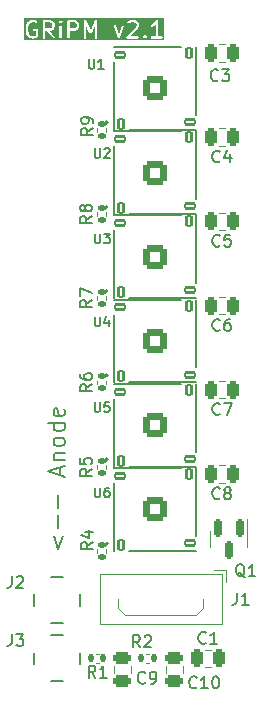
<source format=gto>
G04 #@! TF.GenerationSoftware,KiCad,Pcbnew,8.0.1-8.0.1-1~ubuntu22.04.1*
G04 #@! TF.CreationDate,2024-03-18T13:01:17-05:00*
G04 #@! TF.ProjectId,onsemi-version,6f6e7365-6d69-42d7-9665-7273696f6e2e,rev?*
G04 #@! TF.SameCoordinates,Original*
G04 #@! TF.FileFunction,Legend,Top*
G04 #@! TF.FilePolarity,Positive*
%FSLAX46Y46*%
G04 Gerber Fmt 4.6, Leading zero omitted, Abs format (unit mm)*
G04 Created by KiCad (PCBNEW 8.0.1-8.0.1-1~ubuntu22.04.1) date 2024-03-18 13:01:17*
%MOMM*%
%LPD*%
G01*
G04 APERTURE LIST*
G04 Aperture macros list*
%AMRoundRect*
0 Rectangle with rounded corners*
0 $1 Rounding radius*
0 $2 $3 $4 $5 $6 $7 $8 $9 X,Y pos of 4 corners*
0 Add a 4 corners polygon primitive as box body*
4,1,4,$2,$3,$4,$5,$6,$7,$8,$9,$2,$3,0*
0 Add four circle primitives for the rounded corners*
1,1,$1+$1,$2,$3*
1,1,$1+$1,$4,$5*
1,1,$1+$1,$6,$7*
1,1,$1+$1,$8,$9*
0 Add four rect primitives between the rounded corners*
20,1,$1+$1,$2,$3,$4,$5,0*
20,1,$1+$1,$4,$5,$6,$7,0*
20,1,$1+$1,$6,$7,$8,$9,0*
20,1,$1+$1,$8,$9,$2,$3,0*%
G04 Aperture macros list end*
%ADD10C,0.200000*%
%ADD11C,0.150000*%
%ADD12C,0.127000*%
%ADD13C,0.120000*%
%ADD14C,0.152400*%
%ADD15RoundRect,0.090000X0.210000X-0.460000X0.210000X0.460000X-0.210000X0.460000X-0.210000X-0.460000X0*%
%ADD16RoundRect,0.090000X0.460000X0.210000X-0.460000X0.210000X-0.460000X-0.210000X0.460000X-0.210000X0*%
%ADD17RoundRect,0.090000X-0.210000X0.460000X-0.210000X-0.460000X0.210000X-0.460000X0.210000X0.460000X0*%
%ADD18RoundRect,0.090000X-0.460000X-0.210000X0.460000X-0.210000X0.460000X0.210000X-0.460000X0.210000X0*%
%ADD19RoundRect,0.300000X-0.700000X-0.700000X0.700000X-0.700000X0.700000X0.700000X-0.700000X0.700000X0*%
%ADD20RoundRect,0.250000X0.475000X-0.250000X0.475000X0.250000X-0.475000X0.250000X-0.475000X-0.250000X0*%
%ADD21RoundRect,0.250000X0.250000X0.475000X-0.250000X0.475000X-0.250000X-0.475000X0.250000X-0.475000X0*%
%ADD22RoundRect,0.135000X-0.185000X0.135000X-0.185000X-0.135000X0.185000X-0.135000X0.185000X0.135000X0*%
%ADD23RoundRect,0.150000X-0.150000X0.587500X-0.150000X-0.587500X0.150000X-0.587500X0.150000X0.587500X0*%
%ADD24RoundRect,0.135000X0.135000X0.185000X-0.135000X0.185000X-0.135000X-0.185000X0.135000X-0.185000X0*%
%ADD25C,1.397000*%
%ADD26R,1.350000X1.350000*%
%ADD27C,1.350000*%
G04 APERTURE END LIST*
D10*
G36*
X44712968Y-37999453D02*
G01*
X44757929Y-38042922D01*
X44808426Y-38141102D01*
X44809765Y-38294141D01*
X44762389Y-38391656D01*
X44718919Y-38436619D01*
X44620955Y-38487004D01*
X44443185Y-38487622D01*
X44439409Y-38486956D01*
X44436293Y-38487646D01*
X44207208Y-38488442D01*
X44206484Y-37953257D01*
X44614961Y-37951838D01*
X44712968Y-37999453D01*
G37*
G36*
X46779635Y-37999453D02*
G01*
X46824596Y-38042922D01*
X46875093Y-38141102D01*
X46876432Y-38294141D01*
X46829056Y-38391656D01*
X46785586Y-38436619D01*
X46687622Y-38487004D01*
X46273875Y-38488442D01*
X46273151Y-37953257D01*
X46681628Y-37951838D01*
X46779635Y-37999453D01*
G37*
G36*
X54295213Y-39509155D02*
G01*
X42386021Y-39509155D01*
X42386021Y-38453599D01*
X42541577Y-38453599D01*
X42543276Y-38647830D01*
X42541695Y-38658460D01*
X42543475Y-38670497D01*
X42543498Y-38673108D01*
X42544062Y-38674471D01*
X42544563Y-38677853D01*
X42611090Y-38936771D01*
X42611795Y-38946679D01*
X42617400Y-38961328D01*
X42617825Y-38962980D01*
X42618254Y-38963559D01*
X42618801Y-38964988D01*
X42686852Y-39097298D01*
X42691764Y-39109156D01*
X42694943Y-39113030D01*
X42695911Y-39114911D01*
X42697909Y-39116644D01*
X42704200Y-39124309D01*
X42828088Y-39245932D01*
X42829245Y-39248245D01*
X42839536Y-39257171D01*
X42852686Y-39270080D01*
X42856005Y-39271454D01*
X42858721Y-39273810D01*
X42876622Y-39281801D01*
X43076161Y-39346469D01*
X43088735Y-39351678D01*
X43093757Y-39352172D01*
X43095737Y-39352814D01*
X43098370Y-39352626D01*
X43108244Y-39353599D01*
X43241553Y-39351923D01*
X43254084Y-39352814D01*
X43258961Y-39351704D01*
X43261086Y-39351678D01*
X43263528Y-39350666D01*
X43273199Y-39348467D01*
X43458405Y-39285012D01*
X43461086Y-39285012D01*
X43473914Y-39279697D01*
X43491100Y-39273810D01*
X43493815Y-39271454D01*
X43497134Y-39270080D01*
X43512288Y-39257644D01*
X43591391Y-39175824D01*
X43599801Y-39155520D01*
X43606323Y-39139775D01*
X43608244Y-39120266D01*
X43606323Y-38634090D01*
X43591391Y-38598042D01*
X43563801Y-38570452D01*
X43527753Y-38555520D01*
X43508244Y-38553599D01*
X43222068Y-38555520D01*
X43186020Y-38570452D01*
X43158430Y-38598042D01*
X43143498Y-38634090D01*
X43143498Y-38673108D01*
X43158430Y-38709156D01*
X43186020Y-38736746D01*
X43222068Y-38751678D01*
X43241577Y-38753599D01*
X43408634Y-38752477D01*
X43409921Y-39078116D01*
X43389739Y-39098990D01*
X43229928Y-39153745D01*
X43128422Y-39155021D01*
X42964293Y-39101829D01*
X42858993Y-38998455D01*
X42804213Y-38891947D01*
X42741527Y-38647981D01*
X42739988Y-38472103D01*
X42799187Y-38228565D01*
X42853969Y-38115806D01*
X42959355Y-38008456D01*
X43119758Y-37953498D01*
X43282119Y-37952077D01*
X43415164Y-38016715D01*
X43454084Y-38019481D01*
X43491100Y-38007142D01*
X43520577Y-37981578D01*
X43538026Y-37946679D01*
X43540792Y-37907759D01*
X43528453Y-37870743D01*
X43513585Y-37853599D01*
X44008244Y-37853599D01*
X44010165Y-39273108D01*
X44025097Y-39309156D01*
X44052687Y-39336746D01*
X44088735Y-39351678D01*
X44127753Y-39351678D01*
X44163801Y-39336746D01*
X44191391Y-39309156D01*
X44206323Y-39273108D01*
X44208244Y-39253599D01*
X44207476Y-38686588D01*
X44388972Y-38685957D01*
X44839082Y-39325826D01*
X44871987Y-39346795D01*
X44910412Y-39353576D01*
X44948506Y-39345136D01*
X44980471Y-39322761D01*
X45001440Y-39289856D01*
X45008221Y-39251431D01*
X44999781Y-39213337D01*
X44990167Y-39196253D01*
X44631230Y-38685994D01*
X44644230Y-38685070D01*
X44661086Y-38685012D01*
X44664406Y-38683636D01*
X44667990Y-38683382D01*
X44686298Y-38676376D01*
X44818608Y-38608325D01*
X44830469Y-38603413D01*
X44834344Y-38600232D01*
X44836223Y-38599266D01*
X44837955Y-38597268D01*
X44845622Y-38590976D01*
X44911812Y-38522512D01*
X44920577Y-38514911D01*
X44923219Y-38510713D01*
X44924725Y-38509156D01*
X44925735Y-38506715D01*
X44931020Y-38498321D01*
X44989723Y-38377490D01*
X44991391Y-38375823D01*
X44996349Y-38363852D01*
X45004693Y-38346679D01*
X45004947Y-38343095D01*
X45006323Y-38339775D01*
X45008244Y-38320266D01*
X45408244Y-38320266D01*
X45410165Y-39273108D01*
X45425097Y-39309156D01*
X45452687Y-39336746D01*
X45488735Y-39351678D01*
X45527753Y-39351678D01*
X45563801Y-39336746D01*
X45591391Y-39309156D01*
X45606323Y-39273108D01*
X45608244Y-39253599D01*
X45606323Y-38300757D01*
X45591391Y-38264709D01*
X45563801Y-38237119D01*
X45527753Y-38222187D01*
X45488735Y-38222187D01*
X45452687Y-38237119D01*
X45425097Y-38264709D01*
X45410165Y-38300757D01*
X45408244Y-38320266D01*
X45008244Y-38320266D01*
X45006625Y-38135274D01*
X45007459Y-38132773D01*
X45006482Y-38119039D01*
X45006323Y-38100757D01*
X45004947Y-38097436D01*
X45004693Y-38093853D01*
X44997687Y-38075544D01*
X44929638Y-37943239D01*
X44928203Y-37939775D01*
X45343498Y-37939775D01*
X45358430Y-37975823D01*
X45370866Y-37990977D01*
X45452686Y-38070080D01*
X45459997Y-38073108D01*
X45488735Y-38085012D01*
X45527753Y-38085012D01*
X45563801Y-38070080D01*
X45578955Y-38057644D01*
X45658058Y-37975824D01*
X45672989Y-37939775D01*
X45672989Y-37900757D01*
X45664396Y-37880011D01*
X45658058Y-37864708D01*
X45648940Y-37853599D01*
X46074911Y-37853599D01*
X46076832Y-39273108D01*
X46091764Y-39309156D01*
X46119354Y-39336746D01*
X46155402Y-39351678D01*
X46194420Y-39351678D01*
X46230468Y-39336746D01*
X46258058Y-39309156D01*
X46272990Y-39273108D01*
X46274911Y-39253599D01*
X46274143Y-38686588D01*
X46692694Y-38685133D01*
X46695737Y-38686148D01*
X46710897Y-38685070D01*
X46727753Y-38685012D01*
X46731073Y-38683636D01*
X46734657Y-38683382D01*
X46752965Y-38676376D01*
X46885275Y-38608325D01*
X46897136Y-38603413D01*
X46901011Y-38600232D01*
X46902890Y-38599266D01*
X46904622Y-38597268D01*
X46912289Y-38590976D01*
X46978479Y-38522512D01*
X46987244Y-38514911D01*
X46989886Y-38510713D01*
X46991392Y-38509156D01*
X46992402Y-38506715D01*
X46997687Y-38498321D01*
X47056390Y-38377490D01*
X47058058Y-38375823D01*
X47063016Y-38363852D01*
X47071360Y-38346679D01*
X47071614Y-38343095D01*
X47072990Y-38339775D01*
X47074911Y-38320266D01*
X47073292Y-38135274D01*
X47074126Y-38132773D01*
X47073149Y-38119039D01*
X47072990Y-38100757D01*
X47071614Y-38097436D01*
X47071360Y-38093853D01*
X47064354Y-38075544D01*
X46996305Y-37943239D01*
X46991392Y-37931376D01*
X46988209Y-37927499D01*
X46987244Y-37925621D01*
X46985247Y-37923889D01*
X46978955Y-37916223D01*
X46914182Y-37853599D01*
X47474911Y-37853599D01*
X47476832Y-39273108D01*
X47491764Y-39309156D01*
X47519354Y-39336746D01*
X47555402Y-39351678D01*
X47594420Y-39351678D01*
X47630468Y-39336746D01*
X47658058Y-39309156D01*
X47672990Y-39273108D01*
X47674911Y-39253599D01*
X47673620Y-38299784D01*
X47951034Y-38891599D01*
X47956072Y-38905451D01*
X47959054Y-38908707D01*
X47960951Y-38912754D01*
X47972161Y-38923020D01*
X47982423Y-38934226D01*
X47986448Y-38936104D01*
X47989726Y-38939106D01*
X48004008Y-38944299D01*
X48017781Y-38950727D01*
X48022220Y-38950922D01*
X48026395Y-38952440D01*
X48041578Y-38951772D01*
X48056761Y-38952440D01*
X48060934Y-38950922D01*
X48065376Y-38950727D01*
X48079160Y-38944294D01*
X48093430Y-38939105D01*
X48096703Y-38936107D01*
X48100733Y-38934227D01*
X48111002Y-38923012D01*
X48122205Y-38912754D01*
X48125515Y-38907164D01*
X48127085Y-38905451D01*
X48127966Y-38903028D01*
X48132196Y-38895887D01*
X48408848Y-38300403D01*
X48410165Y-39273108D01*
X48425097Y-39309156D01*
X48452687Y-39336746D01*
X48488735Y-39351678D01*
X48527753Y-39351678D01*
X48563801Y-39336746D01*
X48591391Y-39309156D01*
X48606323Y-39273108D01*
X48608244Y-39253599D01*
X48607000Y-38334881D01*
X50009318Y-38334881D01*
X50014071Y-38353900D01*
X50344350Y-39273161D01*
X50344589Y-39277954D01*
X50350731Y-39290921D01*
X50355775Y-39304959D01*
X50359143Y-39308679D01*
X50361292Y-39313216D01*
X50372142Y-39323038D01*
X50381961Y-39333885D01*
X50386495Y-39336032D01*
X50390218Y-39339403D01*
X50404004Y-39344326D01*
X50417223Y-39350588D01*
X50422234Y-39350837D01*
X50426963Y-39352526D01*
X50441578Y-39351799D01*
X50456193Y-39352526D01*
X50460921Y-39350837D01*
X50465933Y-39350588D01*
X50479151Y-39344326D01*
X50492938Y-39339403D01*
X50496660Y-39336032D01*
X50501195Y-39333885D01*
X50511015Y-39323036D01*
X50521864Y-39313216D01*
X50524011Y-39308681D01*
X50527382Y-39304959D01*
X50535752Y-39287233D01*
X50540766Y-39273108D01*
X51076833Y-39273108D01*
X51091765Y-39309156D01*
X51119355Y-39336746D01*
X51155403Y-39351678D01*
X51174912Y-39353599D01*
X52061087Y-39351678D01*
X52097135Y-39336746D01*
X52124725Y-39309156D01*
X52139657Y-39273108D01*
X52139657Y-39234090D01*
X52128204Y-39206442D01*
X52476832Y-39206442D01*
X52479688Y-39213337D01*
X52491764Y-39242491D01*
X52504201Y-39257644D01*
X52586021Y-39336747D01*
X52610281Y-39346795D01*
X52622069Y-39351678D01*
X52622070Y-39351678D01*
X52661086Y-39351678D01*
X52661088Y-39351678D01*
X52690722Y-39339403D01*
X52697135Y-39336747D01*
X52712288Y-39324310D01*
X52791392Y-39242491D01*
X52806324Y-39206443D01*
X52806324Y-39167424D01*
X52791393Y-39131376D01*
X52791392Y-39131375D01*
X52778955Y-39116222D01*
X52697135Y-39037119D01*
X52661087Y-39022187D01*
X52622069Y-39022187D01*
X52596578Y-39032745D01*
X52586020Y-39037119D01*
X52570867Y-39049556D01*
X52491793Y-39131345D01*
X52491763Y-39131376D01*
X52482884Y-39152814D01*
X52476832Y-39167424D01*
X52476832Y-39206442D01*
X52128204Y-39206442D01*
X52124725Y-39198042D01*
X52097135Y-39170452D01*
X52061087Y-39155520D01*
X52041578Y-39153599D01*
X51414409Y-39154958D01*
X52033176Y-38534121D01*
X52036224Y-38532598D01*
X52046475Y-38520778D01*
X52058059Y-38509156D01*
X52059433Y-38505837D01*
X52061789Y-38503122D01*
X52069780Y-38485221D01*
X52134448Y-38285681D01*
X52139657Y-38273108D01*
X52140151Y-38268085D01*
X52140793Y-38266106D01*
X52140605Y-38263472D01*
X52141578Y-38253599D01*
X52141421Y-38241091D01*
X53142363Y-38241091D01*
X53145129Y-38280011D01*
X53162578Y-38314910D01*
X53192054Y-38340475D01*
X53229070Y-38352814D01*
X53267990Y-38350048D01*
X53286299Y-38343042D01*
X53418604Y-38274994D01*
X53430470Y-38270080D01*
X53434347Y-38266897D01*
X53436223Y-38265933D01*
X53437953Y-38263938D01*
X53445623Y-38257643D01*
X53541991Y-38159477D01*
X53543338Y-39154766D01*
X53222069Y-39155520D01*
X53186021Y-39170452D01*
X53158431Y-39198042D01*
X53143499Y-39234090D01*
X53143499Y-39273108D01*
X53158431Y-39309156D01*
X53186021Y-39336746D01*
X53222069Y-39351678D01*
X53241578Y-39353599D01*
X54061087Y-39351678D01*
X54097135Y-39336746D01*
X54124725Y-39309156D01*
X54139657Y-39273108D01*
X54139657Y-39234090D01*
X54124725Y-39198042D01*
X54097135Y-39170452D01*
X54061087Y-39155520D01*
X54041578Y-39153599D01*
X53741443Y-39154302D01*
X53739696Y-37863006D01*
X53741578Y-37853494D01*
X53739670Y-37843955D01*
X53739657Y-37834090D01*
X53735867Y-37824941D01*
X53733926Y-37815234D01*
X53728474Y-37807093D01*
X53724725Y-37798042D01*
X53717725Y-37791042D01*
X53712215Y-37782814D01*
X53704061Y-37777378D01*
X53697135Y-37770452D01*
X53687988Y-37766663D01*
X53679750Y-37761171D01*
X53670139Y-37759269D01*
X53661087Y-37755520D01*
X53651184Y-37755520D01*
X53641473Y-37753599D01*
X53631868Y-37755520D01*
X53622069Y-37755520D01*
X53612920Y-37759309D01*
X53603213Y-37761251D01*
X53595072Y-37766702D01*
X53586021Y-37770452D01*
X53579021Y-37777451D01*
X53570793Y-37782962D01*
X53558504Y-37797968D01*
X53558431Y-37798042D01*
X53558417Y-37798074D01*
X53558373Y-37798129D01*
X53436416Y-37984027D01*
X53319768Y-38102850D01*
X53180267Y-38174599D01*
X53154702Y-38204075D01*
X53142363Y-38241091D01*
X52141421Y-38241091D01*
X52140086Y-38134894D01*
X52140793Y-38132774D01*
X52139901Y-38120234D01*
X52139657Y-38100757D01*
X52138281Y-38097436D01*
X52138027Y-38093854D01*
X52131021Y-38075545D01*
X52062973Y-37943239D01*
X52058059Y-37931375D01*
X52054876Y-37927497D01*
X52053912Y-37925622D01*
X52051917Y-37923891D01*
X52045622Y-37916222D01*
X51977163Y-37850036D01*
X51969557Y-37841266D01*
X51965356Y-37838621D01*
X51963802Y-37837119D01*
X51961365Y-37836109D01*
X51952967Y-37830823D01*
X51832136Y-37772119D01*
X51830469Y-37770452D01*
X51818498Y-37765493D01*
X51801325Y-37757150D01*
X51797741Y-37756895D01*
X51794421Y-37755520D01*
X51774912Y-37753599D01*
X51456923Y-37755330D01*
X51454085Y-37754384D01*
X51439430Y-37755425D01*
X51422069Y-37755520D01*
X51418748Y-37756895D01*
X51415165Y-37757150D01*
X51396856Y-37764156D01*
X51264545Y-37832207D01*
X51252687Y-37837119D01*
X51248811Y-37840299D01*
X51246933Y-37841266D01*
X51245200Y-37843263D01*
X51237534Y-37849556D01*
X51158431Y-37931376D01*
X51143499Y-37967424D01*
X51143499Y-38006442D01*
X51158431Y-38042490D01*
X51186021Y-38070080D01*
X51222069Y-38085012D01*
X51261087Y-38085012D01*
X51297135Y-38070080D01*
X51312289Y-38057644D01*
X51364235Y-38003913D01*
X51462279Y-37953486D01*
X51748480Y-37951928D01*
X51846300Y-37999452D01*
X51891265Y-38042924D01*
X51941841Y-38141260D01*
X51943000Y-38233420D01*
X51889914Y-38397222D01*
X51091766Y-39198041D01*
X51091765Y-39198042D01*
X51076833Y-39234090D01*
X51076833Y-39273108D01*
X50540766Y-39273108D01*
X50873838Y-38334881D01*
X50871900Y-38295911D01*
X50855197Y-38260649D01*
X50826271Y-38234462D01*
X50789526Y-38221339D01*
X50750556Y-38223277D01*
X50715294Y-38239980D01*
X50689108Y-38268906D01*
X50680737Y-38286632D01*
X50442018Y-38959077D01*
X50194049Y-38268906D01*
X50167862Y-38239980D01*
X50132600Y-38223277D01*
X50093630Y-38221339D01*
X50056885Y-38234462D01*
X50027959Y-38260649D01*
X50011256Y-38295911D01*
X50009318Y-38334881D01*
X48607000Y-38334881D01*
X48606351Y-37855086D01*
X48607084Y-37838416D01*
X48606326Y-37836331D01*
X48606323Y-37834090D01*
X48599674Y-37818039D01*
X48593750Y-37801747D01*
X48592244Y-37800103D01*
X48591391Y-37798042D01*
X48579117Y-37785768D01*
X48567399Y-37772972D01*
X48565377Y-37772028D01*
X48563801Y-37770452D01*
X48547761Y-37763807D01*
X48532041Y-37756472D01*
X48529815Y-37756374D01*
X48527753Y-37755520D01*
X48510378Y-37755520D01*
X48493061Y-37754759D01*
X48490968Y-37755520D01*
X48488735Y-37755520D01*
X48472684Y-37762168D01*
X48456392Y-37768093D01*
X48454748Y-37769598D01*
X48452687Y-37770452D01*
X48440413Y-37782725D01*
X48427616Y-37794445D01*
X48426049Y-37797089D01*
X48425097Y-37798042D01*
X48424194Y-37800221D01*
X48417625Y-37811311D01*
X48042218Y-38619359D01*
X47664389Y-37813327D01*
X47658058Y-37798042D01*
X47656489Y-37796473D01*
X47655538Y-37794444D01*
X47642741Y-37782725D01*
X47630468Y-37770452D01*
X47628406Y-37769598D01*
X47626763Y-37768093D01*
X47610461Y-37762164D01*
X47594420Y-37755520D01*
X47592189Y-37755520D01*
X47590094Y-37754758D01*
X47572754Y-37755520D01*
X47555402Y-37755520D01*
X47553342Y-37756373D01*
X47551114Y-37756471D01*
X47535383Y-37763812D01*
X47519354Y-37770452D01*
X47517777Y-37772028D01*
X47515756Y-37772972D01*
X47504037Y-37785768D01*
X47491764Y-37798042D01*
X47490910Y-37800103D01*
X47489405Y-37801747D01*
X47483476Y-37818048D01*
X47476832Y-37834090D01*
X47476530Y-37837148D01*
X47476070Y-37838416D01*
X47476173Y-37840775D01*
X47474911Y-37853599D01*
X46914182Y-37853599D01*
X46910493Y-37850032D01*
X46902890Y-37841266D01*
X46898692Y-37838624D01*
X46897136Y-37837119D01*
X46894695Y-37836108D01*
X46886299Y-37830823D01*
X46765468Y-37772119D01*
X46763801Y-37770452D01*
X46751830Y-37765493D01*
X46734657Y-37757150D01*
X46731073Y-37756895D01*
X46727753Y-37755520D01*
X46708244Y-37753599D01*
X46155402Y-37755520D01*
X46119354Y-37770452D01*
X46091764Y-37798042D01*
X46076832Y-37834090D01*
X46074911Y-37853599D01*
X45648940Y-37853599D01*
X45645621Y-37849555D01*
X45563801Y-37770452D01*
X45527753Y-37755520D01*
X45488735Y-37755520D01*
X45463244Y-37766078D01*
X45452686Y-37770452D01*
X45437533Y-37782889D01*
X45358431Y-37864708D01*
X45358430Y-37864709D01*
X45343498Y-37900757D01*
X45343498Y-37939775D01*
X44928203Y-37939775D01*
X44924725Y-37931376D01*
X44921542Y-37927499D01*
X44920577Y-37925621D01*
X44918580Y-37923889D01*
X44912288Y-37916223D01*
X44843826Y-37850032D01*
X44836223Y-37841266D01*
X44832025Y-37838624D01*
X44830469Y-37837119D01*
X44828028Y-37836108D01*
X44819632Y-37830823D01*
X44698801Y-37772119D01*
X44697134Y-37770452D01*
X44685163Y-37765493D01*
X44667990Y-37757150D01*
X44664406Y-37756895D01*
X44661086Y-37755520D01*
X44641577Y-37753599D01*
X44088735Y-37755520D01*
X44052687Y-37770452D01*
X44025097Y-37798042D01*
X44010165Y-37834090D01*
X44008244Y-37853599D01*
X43513585Y-37853599D01*
X43502889Y-37841266D01*
X43486299Y-37830823D01*
X43365468Y-37772119D01*
X43363801Y-37770452D01*
X43351830Y-37765493D01*
X43334657Y-37757150D01*
X43331073Y-37756895D01*
X43327753Y-37755520D01*
X43308244Y-37753599D01*
X43109201Y-37755340D01*
X43095737Y-37754384D01*
X43090821Y-37755501D01*
X43088735Y-37755520D01*
X43086292Y-37756531D01*
X43076621Y-37758731D01*
X42891413Y-37822188D01*
X42888735Y-37822188D01*
X42875914Y-37827498D01*
X42858721Y-37833389D01*
X42856005Y-37835743D01*
X42852686Y-37837119D01*
X42837533Y-37849556D01*
X42706022Y-37983518D01*
X42695911Y-37992287D01*
X42693225Y-37996552D01*
X42691764Y-37998042D01*
X42690754Y-38000479D01*
X42685468Y-38008878D01*
X42623313Y-38136812D01*
X42617825Y-38144219D01*
X42612574Y-38158915D01*
X42611795Y-38160520D01*
X42611743Y-38161240D01*
X42611230Y-38162679D01*
X42547753Y-38423817D01*
X42543498Y-38434090D01*
X42542301Y-38446244D01*
X42541695Y-38448738D01*
X42541912Y-38450196D01*
X42541577Y-38453599D01*
X42386021Y-38453599D01*
X42386021Y-37598043D01*
X54295213Y-37598043D01*
X54295213Y-39509155D01*
G37*
X44909933Y-81468422D02*
X45309933Y-82535088D01*
X45309933Y-82535088D02*
X45709933Y-81468422D01*
X45309933Y-80801755D02*
X45309933Y-79735089D01*
X45309933Y-79068422D02*
X45309933Y-78001756D01*
X45443266Y-76335089D02*
X45443266Y-75668422D01*
X45843266Y-76468422D02*
X44443266Y-76001756D01*
X44443266Y-76001756D02*
X45843266Y-75535089D01*
X44909933Y-75068422D02*
X45843266Y-75068422D01*
X45043266Y-75068422D02*
X44976600Y-75001756D01*
X44976600Y-75001756D02*
X44909933Y-74868422D01*
X44909933Y-74868422D02*
X44909933Y-74668422D01*
X44909933Y-74668422D02*
X44976600Y-74535089D01*
X44976600Y-74535089D02*
X45109933Y-74468422D01*
X45109933Y-74468422D02*
X45843266Y-74468422D01*
X45843266Y-73601755D02*
X45776600Y-73735089D01*
X45776600Y-73735089D02*
X45709933Y-73801755D01*
X45709933Y-73801755D02*
X45576600Y-73868422D01*
X45576600Y-73868422D02*
X45176600Y-73868422D01*
X45176600Y-73868422D02*
X45043266Y-73801755D01*
X45043266Y-73801755D02*
X44976600Y-73735089D01*
X44976600Y-73735089D02*
X44909933Y-73601755D01*
X44909933Y-73601755D02*
X44909933Y-73401755D01*
X44909933Y-73401755D02*
X44976600Y-73268422D01*
X44976600Y-73268422D02*
X45043266Y-73201755D01*
X45043266Y-73201755D02*
X45176600Y-73135089D01*
X45176600Y-73135089D02*
X45576600Y-73135089D01*
X45576600Y-73135089D02*
X45709933Y-73201755D01*
X45709933Y-73201755D02*
X45776600Y-73268422D01*
X45776600Y-73268422D02*
X45843266Y-73401755D01*
X45843266Y-73401755D02*
X45843266Y-73601755D01*
X45843266Y-71935088D02*
X44443266Y-71935088D01*
X45776600Y-71935088D02*
X45843266Y-72068422D01*
X45843266Y-72068422D02*
X45843266Y-72335088D01*
X45843266Y-72335088D02*
X45776600Y-72468422D01*
X45776600Y-72468422D02*
X45709933Y-72535088D01*
X45709933Y-72535088D02*
X45576600Y-72601755D01*
X45576600Y-72601755D02*
X45176600Y-72601755D01*
X45176600Y-72601755D02*
X45043266Y-72535088D01*
X45043266Y-72535088D02*
X44976600Y-72468422D01*
X44976600Y-72468422D02*
X44909933Y-72335088D01*
X44909933Y-72335088D02*
X44909933Y-72068422D01*
X44909933Y-72068422D02*
X44976600Y-71935088D01*
X45776600Y-70735088D02*
X45843266Y-70868421D01*
X45843266Y-70868421D02*
X45843266Y-71135088D01*
X45843266Y-71135088D02*
X45776600Y-71268421D01*
X45776600Y-71268421D02*
X45643266Y-71335088D01*
X45643266Y-71335088D02*
X45109933Y-71335088D01*
X45109933Y-71335088D02*
X44976600Y-71268421D01*
X44976600Y-71268421D02*
X44909933Y-71135088D01*
X44909933Y-71135088D02*
X44909933Y-70868421D01*
X44909933Y-70868421D02*
X44976600Y-70735088D01*
X44976600Y-70735088D02*
X45109933Y-70668421D01*
X45109933Y-70668421D02*
X45243266Y-70668421D01*
X45243266Y-70668421D02*
X45376600Y-71335088D01*
D11*
X48390476Y-70144295D02*
X48390476Y-70791914D01*
X48390476Y-70791914D02*
X48428571Y-70868104D01*
X48428571Y-70868104D02*
X48466666Y-70906200D01*
X48466666Y-70906200D02*
X48542857Y-70944295D01*
X48542857Y-70944295D02*
X48695238Y-70944295D01*
X48695238Y-70944295D02*
X48771428Y-70906200D01*
X48771428Y-70906200D02*
X48809523Y-70868104D01*
X48809523Y-70868104D02*
X48847619Y-70791914D01*
X48847619Y-70791914D02*
X48847619Y-70144295D01*
X49609523Y-70144295D02*
X49228571Y-70144295D01*
X49228571Y-70144295D02*
X49190475Y-70525247D01*
X49190475Y-70525247D02*
X49228571Y-70487152D01*
X49228571Y-70487152D02*
X49304761Y-70449057D01*
X49304761Y-70449057D02*
X49495237Y-70449057D01*
X49495237Y-70449057D02*
X49571428Y-70487152D01*
X49571428Y-70487152D02*
X49609523Y-70525247D01*
X49609523Y-70525247D02*
X49647618Y-70601438D01*
X49647618Y-70601438D02*
X49647618Y-70791914D01*
X49647618Y-70791914D02*
X49609523Y-70868104D01*
X49609523Y-70868104D02*
X49571428Y-70906200D01*
X49571428Y-70906200D02*
X49495237Y-70944295D01*
X49495237Y-70944295D02*
X49304761Y-70944295D01*
X49304761Y-70944295D02*
X49228571Y-70906200D01*
X49228571Y-70906200D02*
X49190475Y-70868104D01*
X57022142Y-94271580D02*
X56974523Y-94319200D01*
X56974523Y-94319200D02*
X56831666Y-94366819D01*
X56831666Y-94366819D02*
X56736428Y-94366819D01*
X56736428Y-94366819D02*
X56593571Y-94319200D01*
X56593571Y-94319200D02*
X56498333Y-94223961D01*
X56498333Y-94223961D02*
X56450714Y-94128723D01*
X56450714Y-94128723D02*
X56403095Y-93938247D01*
X56403095Y-93938247D02*
X56403095Y-93795390D01*
X56403095Y-93795390D02*
X56450714Y-93604914D01*
X56450714Y-93604914D02*
X56498333Y-93509676D01*
X56498333Y-93509676D02*
X56593571Y-93414438D01*
X56593571Y-93414438D02*
X56736428Y-93366819D01*
X56736428Y-93366819D02*
X56831666Y-93366819D01*
X56831666Y-93366819D02*
X56974523Y-93414438D01*
X56974523Y-93414438D02*
X57022142Y-93462057D01*
X57974523Y-94366819D02*
X57403095Y-94366819D01*
X57688809Y-94366819D02*
X57688809Y-93366819D01*
X57688809Y-93366819D02*
X57593571Y-93509676D01*
X57593571Y-93509676D02*
X57498333Y-93604914D01*
X57498333Y-93604914D02*
X57403095Y-93652533D01*
X58593571Y-93366819D02*
X58688809Y-93366819D01*
X58688809Y-93366819D02*
X58784047Y-93414438D01*
X58784047Y-93414438D02*
X58831666Y-93462057D01*
X58831666Y-93462057D02*
X58879285Y-93557295D01*
X58879285Y-93557295D02*
X58926904Y-93747771D01*
X58926904Y-93747771D02*
X58926904Y-93985866D01*
X58926904Y-93985866D02*
X58879285Y-94176342D01*
X58879285Y-94176342D02*
X58831666Y-94271580D01*
X58831666Y-94271580D02*
X58784047Y-94319200D01*
X58784047Y-94319200D02*
X58688809Y-94366819D01*
X58688809Y-94366819D02*
X58593571Y-94366819D01*
X58593571Y-94366819D02*
X58498333Y-94319200D01*
X58498333Y-94319200D02*
X58450714Y-94271580D01*
X58450714Y-94271580D02*
X58403095Y-94176342D01*
X58403095Y-94176342D02*
X58355476Y-93985866D01*
X58355476Y-93985866D02*
X58355476Y-93747771D01*
X58355476Y-93747771D02*
X58403095Y-93557295D01*
X58403095Y-93557295D02*
X58450714Y-93462057D01*
X58450714Y-93462057D02*
X58498333Y-93414438D01*
X58498333Y-93414438D02*
X58593571Y-93366819D01*
X58983333Y-56871580D02*
X58935714Y-56919200D01*
X58935714Y-56919200D02*
X58792857Y-56966819D01*
X58792857Y-56966819D02*
X58697619Y-56966819D01*
X58697619Y-56966819D02*
X58554762Y-56919200D01*
X58554762Y-56919200D02*
X58459524Y-56823961D01*
X58459524Y-56823961D02*
X58411905Y-56728723D01*
X58411905Y-56728723D02*
X58364286Y-56538247D01*
X58364286Y-56538247D02*
X58364286Y-56395390D01*
X58364286Y-56395390D02*
X58411905Y-56204914D01*
X58411905Y-56204914D02*
X58459524Y-56109676D01*
X58459524Y-56109676D02*
X58554762Y-56014438D01*
X58554762Y-56014438D02*
X58697619Y-55966819D01*
X58697619Y-55966819D02*
X58792857Y-55966819D01*
X58792857Y-55966819D02*
X58935714Y-56014438D01*
X58935714Y-56014438D02*
X58983333Y-56062057D01*
X59888095Y-55966819D02*
X59411905Y-55966819D01*
X59411905Y-55966819D02*
X59364286Y-56443009D01*
X59364286Y-56443009D02*
X59411905Y-56395390D01*
X59411905Y-56395390D02*
X59507143Y-56347771D01*
X59507143Y-56347771D02*
X59745238Y-56347771D01*
X59745238Y-56347771D02*
X59840476Y-56395390D01*
X59840476Y-56395390D02*
X59888095Y-56443009D01*
X59888095Y-56443009D02*
X59935714Y-56538247D01*
X59935714Y-56538247D02*
X59935714Y-56776342D01*
X59935714Y-56776342D02*
X59888095Y-56871580D01*
X59888095Y-56871580D02*
X59840476Y-56919200D01*
X59840476Y-56919200D02*
X59745238Y-56966819D01*
X59745238Y-56966819D02*
X59507143Y-56966819D01*
X59507143Y-56966819D02*
X59411905Y-56919200D01*
X59411905Y-56919200D02*
X59364286Y-56871580D01*
X48390476Y-77394295D02*
X48390476Y-78041914D01*
X48390476Y-78041914D02*
X48428571Y-78118104D01*
X48428571Y-78118104D02*
X48466666Y-78156200D01*
X48466666Y-78156200D02*
X48542857Y-78194295D01*
X48542857Y-78194295D02*
X48695238Y-78194295D01*
X48695238Y-78194295D02*
X48771428Y-78156200D01*
X48771428Y-78156200D02*
X48809523Y-78118104D01*
X48809523Y-78118104D02*
X48847619Y-78041914D01*
X48847619Y-78041914D02*
X48847619Y-77394295D01*
X49571428Y-77394295D02*
X49419047Y-77394295D01*
X49419047Y-77394295D02*
X49342856Y-77432390D01*
X49342856Y-77432390D02*
X49304761Y-77470485D01*
X49304761Y-77470485D02*
X49228571Y-77584771D01*
X49228571Y-77584771D02*
X49190475Y-77737152D01*
X49190475Y-77737152D02*
X49190475Y-78041914D01*
X49190475Y-78041914D02*
X49228571Y-78118104D01*
X49228571Y-78118104D02*
X49266666Y-78156200D01*
X49266666Y-78156200D02*
X49342856Y-78194295D01*
X49342856Y-78194295D02*
X49495237Y-78194295D01*
X49495237Y-78194295D02*
X49571428Y-78156200D01*
X49571428Y-78156200D02*
X49609523Y-78118104D01*
X49609523Y-78118104D02*
X49647618Y-78041914D01*
X49647618Y-78041914D02*
X49647618Y-77851438D01*
X49647618Y-77851438D02*
X49609523Y-77775247D01*
X49609523Y-77775247D02*
X49571428Y-77737152D01*
X49571428Y-77737152D02*
X49495237Y-77699057D01*
X49495237Y-77699057D02*
X49342856Y-77699057D01*
X49342856Y-77699057D02*
X49266666Y-77737152D01*
X49266666Y-77737152D02*
X49228571Y-77775247D01*
X49228571Y-77775247D02*
X49190475Y-77851438D01*
X48144819Y-61508666D02*
X47668628Y-61841999D01*
X48144819Y-62080094D02*
X47144819Y-62080094D01*
X47144819Y-62080094D02*
X47144819Y-61699142D01*
X47144819Y-61699142D02*
X47192438Y-61603904D01*
X47192438Y-61603904D02*
X47240057Y-61556285D01*
X47240057Y-61556285D02*
X47335295Y-61508666D01*
X47335295Y-61508666D02*
X47478152Y-61508666D01*
X47478152Y-61508666D02*
X47573390Y-61556285D01*
X47573390Y-61556285D02*
X47621009Y-61603904D01*
X47621009Y-61603904D02*
X47668628Y-61699142D01*
X47668628Y-61699142D02*
X47668628Y-62080094D01*
X47144819Y-61175332D02*
X47144819Y-60508666D01*
X47144819Y-60508666D02*
X48144819Y-60937237D01*
X58983333Y-71135580D02*
X58935714Y-71183200D01*
X58935714Y-71183200D02*
X58792857Y-71230819D01*
X58792857Y-71230819D02*
X58697619Y-71230819D01*
X58697619Y-71230819D02*
X58554762Y-71183200D01*
X58554762Y-71183200D02*
X58459524Y-71087961D01*
X58459524Y-71087961D02*
X58411905Y-70992723D01*
X58411905Y-70992723D02*
X58364286Y-70802247D01*
X58364286Y-70802247D02*
X58364286Y-70659390D01*
X58364286Y-70659390D02*
X58411905Y-70468914D01*
X58411905Y-70468914D02*
X58459524Y-70373676D01*
X58459524Y-70373676D02*
X58554762Y-70278438D01*
X58554762Y-70278438D02*
X58697619Y-70230819D01*
X58697619Y-70230819D02*
X58792857Y-70230819D01*
X58792857Y-70230819D02*
X58935714Y-70278438D01*
X58935714Y-70278438D02*
X58983333Y-70326057D01*
X59316667Y-70230819D02*
X59983333Y-70230819D01*
X59983333Y-70230819D02*
X59554762Y-71230819D01*
X61092261Y-84955557D02*
X60997023Y-84907938D01*
X60997023Y-84907938D02*
X60901785Y-84812700D01*
X60901785Y-84812700D02*
X60758928Y-84669842D01*
X60758928Y-84669842D02*
X60663690Y-84622223D01*
X60663690Y-84622223D02*
X60568452Y-84622223D01*
X60616071Y-84860319D02*
X60520833Y-84812700D01*
X60520833Y-84812700D02*
X60425595Y-84717461D01*
X60425595Y-84717461D02*
X60377976Y-84526985D01*
X60377976Y-84526985D02*
X60377976Y-84193652D01*
X60377976Y-84193652D02*
X60425595Y-84003176D01*
X60425595Y-84003176D02*
X60520833Y-83907938D01*
X60520833Y-83907938D02*
X60616071Y-83860319D01*
X60616071Y-83860319D02*
X60806547Y-83860319D01*
X60806547Y-83860319D02*
X60901785Y-83907938D01*
X60901785Y-83907938D02*
X60997023Y-84003176D01*
X60997023Y-84003176D02*
X61044642Y-84193652D01*
X61044642Y-84193652D02*
X61044642Y-84526985D01*
X61044642Y-84526985D02*
X60997023Y-84717461D01*
X60997023Y-84717461D02*
X60901785Y-84812700D01*
X60901785Y-84812700D02*
X60806547Y-84860319D01*
X60806547Y-84860319D02*
X60616071Y-84860319D01*
X61997023Y-84860319D02*
X61425595Y-84860319D01*
X61711309Y-84860319D02*
X61711309Y-83860319D01*
X61711309Y-83860319D02*
X61616071Y-84003176D01*
X61616071Y-84003176D02*
X61520833Y-84098414D01*
X61520833Y-84098414D02*
X61425595Y-84146033D01*
X48390476Y-55894295D02*
X48390476Y-56541914D01*
X48390476Y-56541914D02*
X48428571Y-56618104D01*
X48428571Y-56618104D02*
X48466666Y-56656200D01*
X48466666Y-56656200D02*
X48542857Y-56694295D01*
X48542857Y-56694295D02*
X48695238Y-56694295D01*
X48695238Y-56694295D02*
X48771428Y-56656200D01*
X48771428Y-56656200D02*
X48809523Y-56618104D01*
X48809523Y-56618104D02*
X48847619Y-56541914D01*
X48847619Y-56541914D02*
X48847619Y-55894295D01*
X49152380Y-55894295D02*
X49647618Y-55894295D01*
X49647618Y-55894295D02*
X49380952Y-56199057D01*
X49380952Y-56199057D02*
X49495237Y-56199057D01*
X49495237Y-56199057D02*
X49571428Y-56237152D01*
X49571428Y-56237152D02*
X49609523Y-56275247D01*
X49609523Y-56275247D02*
X49647618Y-56351438D01*
X49647618Y-56351438D02*
X49647618Y-56541914D01*
X49647618Y-56541914D02*
X49609523Y-56618104D01*
X49609523Y-56618104D02*
X49571428Y-56656200D01*
X49571428Y-56656200D02*
X49495237Y-56694295D01*
X49495237Y-56694295D02*
X49266666Y-56694295D01*
X49266666Y-56694295D02*
X49190475Y-56656200D01*
X49190475Y-56656200D02*
X49152380Y-56618104D01*
X58983333Y-78267580D02*
X58935714Y-78315200D01*
X58935714Y-78315200D02*
X58792857Y-78362819D01*
X58792857Y-78362819D02*
X58697619Y-78362819D01*
X58697619Y-78362819D02*
X58554762Y-78315200D01*
X58554762Y-78315200D02*
X58459524Y-78219961D01*
X58459524Y-78219961D02*
X58411905Y-78124723D01*
X58411905Y-78124723D02*
X58364286Y-77934247D01*
X58364286Y-77934247D02*
X58364286Y-77791390D01*
X58364286Y-77791390D02*
X58411905Y-77600914D01*
X58411905Y-77600914D02*
X58459524Y-77505676D01*
X58459524Y-77505676D02*
X58554762Y-77410438D01*
X58554762Y-77410438D02*
X58697619Y-77362819D01*
X58697619Y-77362819D02*
X58792857Y-77362819D01*
X58792857Y-77362819D02*
X58935714Y-77410438D01*
X58935714Y-77410438D02*
X58983333Y-77458057D01*
X59554762Y-77791390D02*
X59459524Y-77743771D01*
X59459524Y-77743771D02*
X59411905Y-77696152D01*
X59411905Y-77696152D02*
X59364286Y-77600914D01*
X59364286Y-77600914D02*
X59364286Y-77553295D01*
X59364286Y-77553295D02*
X59411905Y-77458057D01*
X59411905Y-77458057D02*
X59459524Y-77410438D01*
X59459524Y-77410438D02*
X59554762Y-77362819D01*
X59554762Y-77362819D02*
X59745238Y-77362819D01*
X59745238Y-77362819D02*
X59840476Y-77410438D01*
X59840476Y-77410438D02*
X59888095Y-77458057D01*
X59888095Y-77458057D02*
X59935714Y-77553295D01*
X59935714Y-77553295D02*
X59935714Y-77600914D01*
X59935714Y-77600914D02*
X59888095Y-77696152D01*
X59888095Y-77696152D02*
X59840476Y-77743771D01*
X59840476Y-77743771D02*
X59745238Y-77791390D01*
X59745238Y-77791390D02*
X59554762Y-77791390D01*
X59554762Y-77791390D02*
X59459524Y-77839009D01*
X59459524Y-77839009D02*
X59411905Y-77886628D01*
X59411905Y-77886628D02*
X59364286Y-77981866D01*
X59364286Y-77981866D02*
X59364286Y-78172342D01*
X59364286Y-78172342D02*
X59411905Y-78267580D01*
X59411905Y-78267580D02*
X59459524Y-78315200D01*
X59459524Y-78315200D02*
X59554762Y-78362819D01*
X59554762Y-78362819D02*
X59745238Y-78362819D01*
X59745238Y-78362819D02*
X59840476Y-78315200D01*
X59840476Y-78315200D02*
X59888095Y-78267580D01*
X59888095Y-78267580D02*
X59935714Y-78172342D01*
X59935714Y-78172342D02*
X59935714Y-77981866D01*
X59935714Y-77981866D02*
X59888095Y-77886628D01*
X59888095Y-77886628D02*
X59840476Y-77839009D01*
X59840476Y-77839009D02*
X59745238Y-77791390D01*
X48458333Y-93456819D02*
X48125000Y-92980628D01*
X47886905Y-93456819D02*
X47886905Y-92456819D01*
X47886905Y-92456819D02*
X48267857Y-92456819D01*
X48267857Y-92456819D02*
X48363095Y-92504438D01*
X48363095Y-92504438D02*
X48410714Y-92552057D01*
X48410714Y-92552057D02*
X48458333Y-92647295D01*
X48458333Y-92647295D02*
X48458333Y-92790152D01*
X48458333Y-92790152D02*
X48410714Y-92885390D01*
X48410714Y-92885390D02*
X48363095Y-92933009D01*
X48363095Y-92933009D02*
X48267857Y-92980628D01*
X48267857Y-92980628D02*
X47886905Y-92980628D01*
X49410714Y-93456819D02*
X48839286Y-93456819D01*
X49125000Y-93456819D02*
X49125000Y-92456819D01*
X49125000Y-92456819D02*
X49029762Y-92599676D01*
X49029762Y-92599676D02*
X48934524Y-92694914D01*
X48934524Y-92694914D02*
X48839286Y-92742533D01*
X47890476Y-41094295D02*
X47890476Y-41741914D01*
X47890476Y-41741914D02*
X47928571Y-41818104D01*
X47928571Y-41818104D02*
X47966666Y-41856200D01*
X47966666Y-41856200D02*
X48042857Y-41894295D01*
X48042857Y-41894295D02*
X48195238Y-41894295D01*
X48195238Y-41894295D02*
X48271428Y-41856200D01*
X48271428Y-41856200D02*
X48309523Y-41818104D01*
X48309523Y-41818104D02*
X48347619Y-41741914D01*
X48347619Y-41741914D02*
X48347619Y-41094295D01*
X49147618Y-41894295D02*
X48690475Y-41894295D01*
X48919047Y-41894295D02*
X48919047Y-41094295D01*
X48919047Y-41094295D02*
X48842856Y-41208580D01*
X48842856Y-41208580D02*
X48766666Y-41284771D01*
X48766666Y-41284771D02*
X48690475Y-41322866D01*
X48390476Y-62894295D02*
X48390476Y-63541914D01*
X48390476Y-63541914D02*
X48428571Y-63618104D01*
X48428571Y-63618104D02*
X48466666Y-63656200D01*
X48466666Y-63656200D02*
X48542857Y-63694295D01*
X48542857Y-63694295D02*
X48695238Y-63694295D01*
X48695238Y-63694295D02*
X48771428Y-63656200D01*
X48771428Y-63656200D02*
X48809523Y-63618104D01*
X48809523Y-63618104D02*
X48847619Y-63541914D01*
X48847619Y-63541914D02*
X48847619Y-62894295D01*
X49571428Y-63160961D02*
X49571428Y-63694295D01*
X49380952Y-62856200D02*
X49190475Y-63427628D01*
X49190475Y-63427628D02*
X49685714Y-63427628D01*
X41361666Y-84856819D02*
X41361666Y-85571104D01*
X41361666Y-85571104D02*
X41314047Y-85713961D01*
X41314047Y-85713961D02*
X41218809Y-85809200D01*
X41218809Y-85809200D02*
X41075952Y-85856819D01*
X41075952Y-85856819D02*
X40980714Y-85856819D01*
X41790238Y-84952057D02*
X41837857Y-84904438D01*
X41837857Y-84904438D02*
X41933095Y-84856819D01*
X41933095Y-84856819D02*
X42171190Y-84856819D01*
X42171190Y-84856819D02*
X42266428Y-84904438D01*
X42266428Y-84904438D02*
X42314047Y-84952057D01*
X42314047Y-84952057D02*
X42361666Y-85047295D01*
X42361666Y-85047295D02*
X42361666Y-85142533D01*
X42361666Y-85142533D02*
X42314047Y-85285390D01*
X42314047Y-85285390D02*
X41742619Y-85856819D01*
X41742619Y-85856819D02*
X42361666Y-85856819D01*
X48254819Y-81998666D02*
X47778628Y-82331999D01*
X48254819Y-82570094D02*
X47254819Y-82570094D01*
X47254819Y-82570094D02*
X47254819Y-82189142D01*
X47254819Y-82189142D02*
X47302438Y-82093904D01*
X47302438Y-82093904D02*
X47350057Y-82046285D01*
X47350057Y-82046285D02*
X47445295Y-81998666D01*
X47445295Y-81998666D02*
X47588152Y-81998666D01*
X47588152Y-81998666D02*
X47683390Y-82046285D01*
X47683390Y-82046285D02*
X47731009Y-82093904D01*
X47731009Y-82093904D02*
X47778628Y-82189142D01*
X47778628Y-82189142D02*
X47778628Y-82570094D01*
X47588152Y-81141523D02*
X48254819Y-81141523D01*
X47207200Y-81379618D02*
X47921485Y-81617713D01*
X47921485Y-81617713D02*
X47921485Y-80998666D01*
X48144819Y-75788666D02*
X47668628Y-76121999D01*
X48144819Y-76360094D02*
X47144819Y-76360094D01*
X47144819Y-76360094D02*
X47144819Y-75979142D01*
X47144819Y-75979142D02*
X47192438Y-75883904D01*
X47192438Y-75883904D02*
X47240057Y-75836285D01*
X47240057Y-75836285D02*
X47335295Y-75788666D01*
X47335295Y-75788666D02*
X47478152Y-75788666D01*
X47478152Y-75788666D02*
X47573390Y-75836285D01*
X47573390Y-75836285D02*
X47621009Y-75883904D01*
X47621009Y-75883904D02*
X47668628Y-75979142D01*
X47668628Y-75979142D02*
X47668628Y-76360094D01*
X47144819Y-74883904D02*
X47144819Y-75360094D01*
X47144819Y-75360094D02*
X47621009Y-75407713D01*
X47621009Y-75407713D02*
X47573390Y-75360094D01*
X47573390Y-75360094D02*
X47525771Y-75264856D01*
X47525771Y-75264856D02*
X47525771Y-75026761D01*
X47525771Y-75026761D02*
X47573390Y-74931523D01*
X47573390Y-74931523D02*
X47621009Y-74883904D01*
X47621009Y-74883904D02*
X47716247Y-74836285D01*
X47716247Y-74836285D02*
X47954342Y-74836285D01*
X47954342Y-74836285D02*
X48049580Y-74883904D01*
X48049580Y-74883904D02*
X48097200Y-74931523D01*
X48097200Y-74931523D02*
X48144819Y-75026761D01*
X48144819Y-75026761D02*
X48144819Y-75264856D01*
X48144819Y-75264856D02*
X48097200Y-75360094D01*
X48097200Y-75360094D02*
X48049580Y-75407713D01*
X58983333Y-64003580D02*
X58935714Y-64051200D01*
X58935714Y-64051200D02*
X58792857Y-64098819D01*
X58792857Y-64098819D02*
X58697619Y-64098819D01*
X58697619Y-64098819D02*
X58554762Y-64051200D01*
X58554762Y-64051200D02*
X58459524Y-63955961D01*
X58459524Y-63955961D02*
X58411905Y-63860723D01*
X58411905Y-63860723D02*
X58364286Y-63670247D01*
X58364286Y-63670247D02*
X58364286Y-63527390D01*
X58364286Y-63527390D02*
X58411905Y-63336914D01*
X58411905Y-63336914D02*
X58459524Y-63241676D01*
X58459524Y-63241676D02*
X58554762Y-63146438D01*
X58554762Y-63146438D02*
X58697619Y-63098819D01*
X58697619Y-63098819D02*
X58792857Y-63098819D01*
X58792857Y-63098819D02*
X58935714Y-63146438D01*
X58935714Y-63146438D02*
X58983333Y-63194057D01*
X59840476Y-63098819D02*
X59650000Y-63098819D01*
X59650000Y-63098819D02*
X59554762Y-63146438D01*
X59554762Y-63146438D02*
X59507143Y-63194057D01*
X59507143Y-63194057D02*
X59411905Y-63336914D01*
X59411905Y-63336914D02*
X59364286Y-63527390D01*
X59364286Y-63527390D02*
X59364286Y-63908342D01*
X59364286Y-63908342D02*
X59411905Y-64003580D01*
X59411905Y-64003580D02*
X59459524Y-64051200D01*
X59459524Y-64051200D02*
X59554762Y-64098819D01*
X59554762Y-64098819D02*
X59745238Y-64098819D01*
X59745238Y-64098819D02*
X59840476Y-64051200D01*
X59840476Y-64051200D02*
X59888095Y-64003580D01*
X59888095Y-64003580D02*
X59935714Y-63908342D01*
X59935714Y-63908342D02*
X59935714Y-63670247D01*
X59935714Y-63670247D02*
X59888095Y-63575009D01*
X59888095Y-63575009D02*
X59840476Y-63527390D01*
X59840476Y-63527390D02*
X59745238Y-63479771D01*
X59745238Y-63479771D02*
X59554762Y-63479771D01*
X59554762Y-63479771D02*
X59459524Y-63527390D01*
X59459524Y-63527390D02*
X59411905Y-63575009D01*
X59411905Y-63575009D02*
X59364286Y-63670247D01*
X48390476Y-48644295D02*
X48390476Y-49291914D01*
X48390476Y-49291914D02*
X48428571Y-49368104D01*
X48428571Y-49368104D02*
X48466666Y-49406200D01*
X48466666Y-49406200D02*
X48542857Y-49444295D01*
X48542857Y-49444295D02*
X48695238Y-49444295D01*
X48695238Y-49444295D02*
X48771428Y-49406200D01*
X48771428Y-49406200D02*
X48809523Y-49368104D01*
X48809523Y-49368104D02*
X48847619Y-49291914D01*
X48847619Y-49291914D02*
X48847619Y-48644295D01*
X49190475Y-48720485D02*
X49228571Y-48682390D01*
X49228571Y-48682390D02*
X49304761Y-48644295D01*
X49304761Y-48644295D02*
X49495237Y-48644295D01*
X49495237Y-48644295D02*
X49571428Y-48682390D01*
X49571428Y-48682390D02*
X49609523Y-48720485D01*
X49609523Y-48720485D02*
X49647618Y-48796676D01*
X49647618Y-48796676D02*
X49647618Y-48872866D01*
X49647618Y-48872866D02*
X49609523Y-48987152D01*
X49609523Y-48987152D02*
X49152380Y-49444295D01*
X49152380Y-49444295D02*
X49647618Y-49444295D01*
X48144819Y-68640666D02*
X47668628Y-68973999D01*
X48144819Y-69212094D02*
X47144819Y-69212094D01*
X47144819Y-69212094D02*
X47144819Y-68831142D01*
X47144819Y-68831142D02*
X47192438Y-68735904D01*
X47192438Y-68735904D02*
X47240057Y-68688285D01*
X47240057Y-68688285D02*
X47335295Y-68640666D01*
X47335295Y-68640666D02*
X47478152Y-68640666D01*
X47478152Y-68640666D02*
X47573390Y-68688285D01*
X47573390Y-68688285D02*
X47621009Y-68735904D01*
X47621009Y-68735904D02*
X47668628Y-68831142D01*
X47668628Y-68831142D02*
X47668628Y-69212094D01*
X47144819Y-67783523D02*
X47144819Y-67973999D01*
X47144819Y-67973999D02*
X47192438Y-68069237D01*
X47192438Y-68069237D02*
X47240057Y-68116856D01*
X47240057Y-68116856D02*
X47382914Y-68212094D01*
X47382914Y-68212094D02*
X47573390Y-68259713D01*
X47573390Y-68259713D02*
X47954342Y-68259713D01*
X47954342Y-68259713D02*
X48049580Y-68212094D01*
X48049580Y-68212094D02*
X48097200Y-68164475D01*
X48097200Y-68164475D02*
X48144819Y-68069237D01*
X48144819Y-68069237D02*
X48144819Y-67878761D01*
X48144819Y-67878761D02*
X48097200Y-67783523D01*
X48097200Y-67783523D02*
X48049580Y-67735904D01*
X48049580Y-67735904D02*
X47954342Y-67688285D01*
X47954342Y-67688285D02*
X47716247Y-67688285D01*
X47716247Y-67688285D02*
X47621009Y-67735904D01*
X47621009Y-67735904D02*
X47573390Y-67783523D01*
X47573390Y-67783523D02*
X47525771Y-67878761D01*
X47525771Y-67878761D02*
X47525771Y-68069237D01*
X47525771Y-68069237D02*
X47573390Y-68164475D01*
X47573390Y-68164475D02*
X47621009Y-68212094D01*
X47621009Y-68212094D02*
X47716247Y-68259713D01*
X52668333Y-93871580D02*
X52620714Y-93919200D01*
X52620714Y-93919200D02*
X52477857Y-93966819D01*
X52477857Y-93966819D02*
X52382619Y-93966819D01*
X52382619Y-93966819D02*
X52239762Y-93919200D01*
X52239762Y-93919200D02*
X52144524Y-93823961D01*
X52144524Y-93823961D02*
X52096905Y-93728723D01*
X52096905Y-93728723D02*
X52049286Y-93538247D01*
X52049286Y-93538247D02*
X52049286Y-93395390D01*
X52049286Y-93395390D02*
X52096905Y-93204914D01*
X52096905Y-93204914D02*
X52144524Y-93109676D01*
X52144524Y-93109676D02*
X52239762Y-93014438D01*
X52239762Y-93014438D02*
X52382619Y-92966819D01*
X52382619Y-92966819D02*
X52477857Y-92966819D01*
X52477857Y-92966819D02*
X52620714Y-93014438D01*
X52620714Y-93014438D02*
X52668333Y-93062057D01*
X53144524Y-93966819D02*
X53335000Y-93966819D01*
X53335000Y-93966819D02*
X53430238Y-93919200D01*
X53430238Y-93919200D02*
X53477857Y-93871580D01*
X53477857Y-93871580D02*
X53573095Y-93728723D01*
X53573095Y-93728723D02*
X53620714Y-93538247D01*
X53620714Y-93538247D02*
X53620714Y-93157295D01*
X53620714Y-93157295D02*
X53573095Y-93062057D01*
X53573095Y-93062057D02*
X53525476Y-93014438D01*
X53525476Y-93014438D02*
X53430238Y-92966819D01*
X53430238Y-92966819D02*
X53239762Y-92966819D01*
X53239762Y-92966819D02*
X53144524Y-93014438D01*
X53144524Y-93014438D02*
X53096905Y-93062057D01*
X53096905Y-93062057D02*
X53049286Y-93157295D01*
X53049286Y-93157295D02*
X53049286Y-93395390D01*
X53049286Y-93395390D02*
X53096905Y-93490628D01*
X53096905Y-93490628D02*
X53144524Y-93538247D01*
X53144524Y-93538247D02*
X53239762Y-93585866D01*
X53239762Y-93585866D02*
X53430238Y-93585866D01*
X53430238Y-93585866D02*
X53525476Y-93538247D01*
X53525476Y-93538247D02*
X53573095Y-93490628D01*
X53573095Y-93490628D02*
X53620714Y-93395390D01*
X52233333Y-90886819D02*
X51900000Y-90410628D01*
X51661905Y-90886819D02*
X51661905Y-89886819D01*
X51661905Y-89886819D02*
X52042857Y-89886819D01*
X52042857Y-89886819D02*
X52138095Y-89934438D01*
X52138095Y-89934438D02*
X52185714Y-89982057D01*
X52185714Y-89982057D02*
X52233333Y-90077295D01*
X52233333Y-90077295D02*
X52233333Y-90220152D01*
X52233333Y-90220152D02*
X52185714Y-90315390D01*
X52185714Y-90315390D02*
X52138095Y-90363009D01*
X52138095Y-90363009D02*
X52042857Y-90410628D01*
X52042857Y-90410628D02*
X51661905Y-90410628D01*
X52614286Y-89982057D02*
X52661905Y-89934438D01*
X52661905Y-89934438D02*
X52757143Y-89886819D01*
X52757143Y-89886819D02*
X52995238Y-89886819D01*
X52995238Y-89886819D02*
X53090476Y-89934438D01*
X53090476Y-89934438D02*
X53138095Y-89982057D01*
X53138095Y-89982057D02*
X53185714Y-90077295D01*
X53185714Y-90077295D02*
X53185714Y-90172533D01*
X53185714Y-90172533D02*
X53138095Y-90315390D01*
X53138095Y-90315390D02*
X52566667Y-90886819D01*
X52566667Y-90886819D02*
X53185714Y-90886819D01*
X57798333Y-90491580D02*
X57750714Y-90539200D01*
X57750714Y-90539200D02*
X57607857Y-90586819D01*
X57607857Y-90586819D02*
X57512619Y-90586819D01*
X57512619Y-90586819D02*
X57369762Y-90539200D01*
X57369762Y-90539200D02*
X57274524Y-90443961D01*
X57274524Y-90443961D02*
X57226905Y-90348723D01*
X57226905Y-90348723D02*
X57179286Y-90158247D01*
X57179286Y-90158247D02*
X57179286Y-90015390D01*
X57179286Y-90015390D02*
X57226905Y-89824914D01*
X57226905Y-89824914D02*
X57274524Y-89729676D01*
X57274524Y-89729676D02*
X57369762Y-89634438D01*
X57369762Y-89634438D02*
X57512619Y-89586819D01*
X57512619Y-89586819D02*
X57607857Y-89586819D01*
X57607857Y-89586819D02*
X57750714Y-89634438D01*
X57750714Y-89634438D02*
X57798333Y-89682057D01*
X58750714Y-90586819D02*
X58179286Y-90586819D01*
X58465000Y-90586819D02*
X58465000Y-89586819D01*
X58465000Y-89586819D02*
X58369762Y-89729676D01*
X58369762Y-89729676D02*
X58274524Y-89824914D01*
X58274524Y-89824914D02*
X58179286Y-89872533D01*
X58983333Y-49739580D02*
X58935714Y-49787200D01*
X58935714Y-49787200D02*
X58792857Y-49834819D01*
X58792857Y-49834819D02*
X58697619Y-49834819D01*
X58697619Y-49834819D02*
X58554762Y-49787200D01*
X58554762Y-49787200D02*
X58459524Y-49691961D01*
X58459524Y-49691961D02*
X58411905Y-49596723D01*
X58411905Y-49596723D02*
X58364286Y-49406247D01*
X58364286Y-49406247D02*
X58364286Y-49263390D01*
X58364286Y-49263390D02*
X58411905Y-49072914D01*
X58411905Y-49072914D02*
X58459524Y-48977676D01*
X58459524Y-48977676D02*
X58554762Y-48882438D01*
X58554762Y-48882438D02*
X58697619Y-48834819D01*
X58697619Y-48834819D02*
X58792857Y-48834819D01*
X58792857Y-48834819D02*
X58935714Y-48882438D01*
X58935714Y-48882438D02*
X58983333Y-48930057D01*
X59840476Y-49168152D02*
X59840476Y-49834819D01*
X59602381Y-48787200D02*
X59364286Y-49501485D01*
X59364286Y-49501485D02*
X59983333Y-49501485D01*
X58833333Y-42859580D02*
X58785714Y-42907200D01*
X58785714Y-42907200D02*
X58642857Y-42954819D01*
X58642857Y-42954819D02*
X58547619Y-42954819D01*
X58547619Y-42954819D02*
X58404762Y-42907200D01*
X58404762Y-42907200D02*
X58309524Y-42811961D01*
X58309524Y-42811961D02*
X58261905Y-42716723D01*
X58261905Y-42716723D02*
X58214286Y-42526247D01*
X58214286Y-42526247D02*
X58214286Y-42383390D01*
X58214286Y-42383390D02*
X58261905Y-42192914D01*
X58261905Y-42192914D02*
X58309524Y-42097676D01*
X58309524Y-42097676D02*
X58404762Y-42002438D01*
X58404762Y-42002438D02*
X58547619Y-41954819D01*
X58547619Y-41954819D02*
X58642857Y-41954819D01*
X58642857Y-41954819D02*
X58785714Y-42002438D01*
X58785714Y-42002438D02*
X58833333Y-42050057D01*
X59166667Y-41954819D02*
X59785714Y-41954819D01*
X59785714Y-41954819D02*
X59452381Y-42335771D01*
X59452381Y-42335771D02*
X59595238Y-42335771D01*
X59595238Y-42335771D02*
X59690476Y-42383390D01*
X59690476Y-42383390D02*
X59738095Y-42431009D01*
X59738095Y-42431009D02*
X59785714Y-42526247D01*
X59785714Y-42526247D02*
X59785714Y-42764342D01*
X59785714Y-42764342D02*
X59738095Y-42859580D01*
X59738095Y-42859580D02*
X59690476Y-42907200D01*
X59690476Y-42907200D02*
X59595238Y-42954819D01*
X59595238Y-42954819D02*
X59309524Y-42954819D01*
X59309524Y-42954819D02*
X59214286Y-42907200D01*
X59214286Y-42907200D02*
X59166667Y-42859580D01*
X48254819Y-46944666D02*
X47778628Y-47277999D01*
X48254819Y-47516094D02*
X47254819Y-47516094D01*
X47254819Y-47516094D02*
X47254819Y-47135142D01*
X47254819Y-47135142D02*
X47302438Y-47039904D01*
X47302438Y-47039904D02*
X47350057Y-46992285D01*
X47350057Y-46992285D02*
X47445295Y-46944666D01*
X47445295Y-46944666D02*
X47588152Y-46944666D01*
X47588152Y-46944666D02*
X47683390Y-46992285D01*
X47683390Y-46992285D02*
X47731009Y-47039904D01*
X47731009Y-47039904D02*
X47778628Y-47135142D01*
X47778628Y-47135142D02*
X47778628Y-47516094D01*
X48254819Y-46468475D02*
X48254819Y-46277999D01*
X48254819Y-46277999D02*
X48207200Y-46182761D01*
X48207200Y-46182761D02*
X48159580Y-46135142D01*
X48159580Y-46135142D02*
X48016723Y-46039904D01*
X48016723Y-46039904D02*
X47826247Y-45992285D01*
X47826247Y-45992285D02*
X47445295Y-45992285D01*
X47445295Y-45992285D02*
X47350057Y-46039904D01*
X47350057Y-46039904D02*
X47302438Y-46087523D01*
X47302438Y-46087523D02*
X47254819Y-46182761D01*
X47254819Y-46182761D02*
X47254819Y-46373237D01*
X47254819Y-46373237D02*
X47302438Y-46468475D01*
X47302438Y-46468475D02*
X47350057Y-46516094D01*
X47350057Y-46516094D02*
X47445295Y-46563713D01*
X47445295Y-46563713D02*
X47683390Y-46563713D01*
X47683390Y-46563713D02*
X47778628Y-46516094D01*
X47778628Y-46516094D02*
X47826247Y-46468475D01*
X47826247Y-46468475D02*
X47873866Y-46373237D01*
X47873866Y-46373237D02*
X47873866Y-46182761D01*
X47873866Y-46182761D02*
X47826247Y-46087523D01*
X47826247Y-46087523D02*
X47778628Y-46039904D01*
X47778628Y-46039904D02*
X47683390Y-45992285D01*
X60416666Y-86286819D02*
X60416666Y-87001104D01*
X60416666Y-87001104D02*
X60369047Y-87143961D01*
X60369047Y-87143961D02*
X60273809Y-87239200D01*
X60273809Y-87239200D02*
X60130952Y-87286819D01*
X60130952Y-87286819D02*
X60035714Y-87286819D01*
X61416666Y-87286819D02*
X60845238Y-87286819D01*
X61130952Y-87286819D02*
X61130952Y-86286819D01*
X61130952Y-86286819D02*
X61035714Y-86429676D01*
X61035714Y-86429676D02*
X60940476Y-86524914D01*
X60940476Y-86524914D02*
X60845238Y-86572533D01*
X48144819Y-54376666D02*
X47668628Y-54709999D01*
X48144819Y-54948094D02*
X47144819Y-54948094D01*
X47144819Y-54948094D02*
X47144819Y-54567142D01*
X47144819Y-54567142D02*
X47192438Y-54471904D01*
X47192438Y-54471904D02*
X47240057Y-54424285D01*
X47240057Y-54424285D02*
X47335295Y-54376666D01*
X47335295Y-54376666D02*
X47478152Y-54376666D01*
X47478152Y-54376666D02*
X47573390Y-54424285D01*
X47573390Y-54424285D02*
X47621009Y-54471904D01*
X47621009Y-54471904D02*
X47668628Y-54567142D01*
X47668628Y-54567142D02*
X47668628Y-54948094D01*
X47573390Y-53805237D02*
X47525771Y-53900475D01*
X47525771Y-53900475D02*
X47478152Y-53948094D01*
X47478152Y-53948094D02*
X47382914Y-53995713D01*
X47382914Y-53995713D02*
X47335295Y-53995713D01*
X47335295Y-53995713D02*
X47240057Y-53948094D01*
X47240057Y-53948094D02*
X47192438Y-53900475D01*
X47192438Y-53900475D02*
X47144819Y-53805237D01*
X47144819Y-53805237D02*
X47144819Y-53614761D01*
X47144819Y-53614761D02*
X47192438Y-53519523D01*
X47192438Y-53519523D02*
X47240057Y-53471904D01*
X47240057Y-53471904D02*
X47335295Y-53424285D01*
X47335295Y-53424285D02*
X47382914Y-53424285D01*
X47382914Y-53424285D02*
X47478152Y-53471904D01*
X47478152Y-53471904D02*
X47525771Y-53519523D01*
X47525771Y-53519523D02*
X47573390Y-53614761D01*
X47573390Y-53614761D02*
X47573390Y-53805237D01*
X47573390Y-53805237D02*
X47621009Y-53900475D01*
X47621009Y-53900475D02*
X47668628Y-53948094D01*
X47668628Y-53948094D02*
X47763866Y-53995713D01*
X47763866Y-53995713D02*
X47954342Y-53995713D01*
X47954342Y-53995713D02*
X48049580Y-53948094D01*
X48049580Y-53948094D02*
X48097200Y-53900475D01*
X48097200Y-53900475D02*
X48144819Y-53805237D01*
X48144819Y-53805237D02*
X48144819Y-53614761D01*
X48144819Y-53614761D02*
X48097200Y-53519523D01*
X48097200Y-53519523D02*
X48049580Y-53471904D01*
X48049580Y-53471904D02*
X47954342Y-53424285D01*
X47954342Y-53424285D02*
X47763866Y-53424285D01*
X47763866Y-53424285D02*
X47668628Y-53471904D01*
X47668628Y-53471904D02*
X47621009Y-53519523D01*
X47621009Y-53519523D02*
X47573390Y-53614761D01*
X41361666Y-89786819D02*
X41361666Y-90501104D01*
X41361666Y-90501104D02*
X41314047Y-90643961D01*
X41314047Y-90643961D02*
X41218809Y-90739200D01*
X41218809Y-90739200D02*
X41075952Y-90786819D01*
X41075952Y-90786819D02*
X40980714Y-90786819D01*
X41742619Y-89786819D02*
X42361666Y-89786819D01*
X42361666Y-89786819D02*
X42028333Y-90167771D01*
X42028333Y-90167771D02*
X42171190Y-90167771D01*
X42171190Y-90167771D02*
X42266428Y-90215390D01*
X42266428Y-90215390D02*
X42314047Y-90263009D01*
X42314047Y-90263009D02*
X42361666Y-90358247D01*
X42361666Y-90358247D02*
X42361666Y-90596342D01*
X42361666Y-90596342D02*
X42314047Y-90691580D01*
X42314047Y-90691580D02*
X42266428Y-90739200D01*
X42266428Y-90739200D02*
X42171190Y-90786819D01*
X42171190Y-90786819D02*
X41885476Y-90786819D01*
X41885476Y-90786819D02*
X41790238Y-90739200D01*
X41790238Y-90739200D02*
X41742619Y-90691580D01*
D12*
X50000000Y-68596000D02*
X55730000Y-68596000D01*
X50000000Y-69866000D02*
X50000000Y-75596000D01*
X51270000Y-75596000D02*
X57000000Y-75596000D01*
X57000000Y-68596000D02*
X57000000Y-74326000D01*
D10*
X49500000Y-74996000D02*
G75*
G02*
X49300000Y-74996000I-100000J0D01*
G01*
X49300000Y-74996000D02*
G75*
G02*
X49500000Y-74996000I100000J0D01*
G01*
D13*
X54390000Y-93043252D02*
X54390000Y-92520748D01*
X55860000Y-93043252D02*
X55860000Y-92520748D01*
X59411252Y-54097000D02*
X58888748Y-54097000D01*
X59411252Y-55567000D02*
X58888748Y-55567000D01*
D12*
X50000000Y-75728000D02*
X55730000Y-75728000D01*
X50000000Y-76998000D02*
X50000000Y-82728000D01*
X51270000Y-82728000D02*
X57000000Y-82728000D01*
X57000000Y-75728000D02*
X57000000Y-81458000D01*
D10*
X49500000Y-82128000D02*
G75*
G02*
X49300000Y-82128000I-100000J0D01*
G01*
X49300000Y-82128000D02*
G75*
G02*
X49500000Y-82128000I100000J0D01*
G01*
D13*
X48610000Y-61188359D02*
X48610000Y-61495641D01*
X49370000Y-61188359D02*
X49370000Y-61495641D01*
X59411252Y-68361000D02*
X58888748Y-68361000D01*
X59411252Y-69831000D02*
X58888748Y-69831000D01*
X58190000Y-81737500D02*
X58190000Y-81087500D01*
X58190000Y-81737500D02*
X58190000Y-82387500D01*
X61310000Y-81737500D02*
X61310000Y-80062500D01*
X61310000Y-81737500D02*
X61310000Y-82387500D01*
D12*
X50000000Y-54332000D02*
X55730000Y-54332000D01*
X50000000Y-55602000D02*
X50000000Y-61332000D01*
X51270000Y-61332000D02*
X57000000Y-61332000D01*
X57000000Y-54332000D02*
X57000000Y-60062000D01*
D10*
X49500000Y-60732000D02*
G75*
G02*
X49300000Y-60732000I-100000J0D01*
G01*
X49300000Y-60732000D02*
G75*
G02*
X49500000Y-60732000I100000J0D01*
G01*
D13*
X59411252Y-75493000D02*
X58888748Y-75493000D01*
X59411252Y-76963000D02*
X58888748Y-76963000D01*
X48778641Y-91452000D02*
X48471359Y-91452000D01*
X48778641Y-92212000D02*
X48471359Y-92212000D01*
D12*
X50000000Y-40068000D02*
X55730000Y-40068000D01*
X50000000Y-41338000D02*
X50000000Y-47068000D01*
X51270000Y-47068000D02*
X57000000Y-47068000D01*
X57000000Y-40068000D02*
X57000000Y-45798000D01*
D10*
X49500000Y-46468000D02*
G75*
G02*
X49300000Y-46468000I-100000J0D01*
G01*
X49300000Y-46468000D02*
G75*
G02*
X49500000Y-46468000I100000J0D01*
G01*
D12*
X50000000Y-61464000D02*
X55730000Y-61464000D01*
X50000000Y-62734000D02*
X50000000Y-68464000D01*
X51270000Y-68464000D02*
X57000000Y-68464000D01*
X57000000Y-61464000D02*
X57000000Y-67194000D01*
D10*
X49500000Y-67864000D02*
G75*
G02*
X49300000Y-67864000I-100000J0D01*
G01*
X49300000Y-67864000D02*
G75*
G02*
X49500000Y-67864000I100000J0D01*
G01*
D14*
X43251900Y-86413276D02*
X43251900Y-87390724D01*
X44706276Y-88845100D02*
X45683724Y-88845100D01*
X45683724Y-84958900D02*
X44706276Y-84958900D01*
X47138100Y-87390724D02*
X47138100Y-86413276D01*
D13*
X48610000Y-82584359D02*
X48610000Y-82891641D01*
X49370000Y-82584359D02*
X49370000Y-82891641D01*
X48610000Y-75468359D02*
X48610000Y-75775641D01*
X49370000Y-75468359D02*
X49370000Y-75775641D01*
X59411252Y-61229000D02*
X58888748Y-61229000D01*
X59411252Y-62699000D02*
X58888748Y-62699000D01*
D12*
X50000000Y-47200000D02*
X55730000Y-47200000D01*
X50000000Y-48470000D02*
X50000000Y-54200000D01*
X51270000Y-54200000D02*
X57000000Y-54200000D01*
X57000000Y-47200000D02*
X57000000Y-52930000D01*
D10*
X49500000Y-53600000D02*
G75*
G02*
X49300000Y-53600000I-100000J0D01*
G01*
X49300000Y-53600000D02*
G75*
G02*
X49500000Y-53600000I100000J0D01*
G01*
D13*
X48610000Y-68320359D02*
X48610000Y-68627641D01*
X49370000Y-68320359D02*
X49370000Y-68627641D01*
X50010000Y-93043252D02*
X50010000Y-92520748D01*
X51480000Y-93043252D02*
X51480000Y-92520748D01*
X53018641Y-91452000D02*
X52711359Y-91452000D01*
X53018641Y-92212000D02*
X52711359Y-92212000D01*
X58226252Y-91097000D02*
X57703748Y-91097000D01*
X58226252Y-92567000D02*
X57703748Y-92567000D01*
X59411252Y-46965000D02*
X58888748Y-46965000D01*
X59411252Y-48435000D02*
X58888748Y-48435000D01*
X59411252Y-39833000D02*
X58888748Y-39833000D01*
X59411252Y-41303000D02*
X58888748Y-41303000D01*
X48610000Y-46924359D02*
X48610000Y-47231641D01*
X49370000Y-46924359D02*
X49370000Y-47231641D01*
X48850000Y-84732000D02*
X48850000Y-88932000D01*
X48850000Y-88932000D02*
X59150000Y-88932000D01*
X50400000Y-86832000D02*
X50400000Y-87582000D01*
X50400000Y-87582000D02*
X51000000Y-88182000D01*
X51000000Y-88182000D02*
X54000000Y-88182000D01*
X57000000Y-88182000D02*
X54000000Y-88182000D01*
X57600000Y-86832000D02*
X57600000Y-87582000D01*
X57600000Y-87582000D02*
X57000000Y-88182000D01*
X59150000Y-84732000D02*
X48850000Y-84732000D01*
X59150000Y-88932000D02*
X59150000Y-84732000D01*
X59500000Y-84332000D02*
X58500000Y-84332000D01*
X59500000Y-85332000D02*
X59500000Y-84332000D01*
X48610000Y-54056359D02*
X48610000Y-54363641D01*
X49370000Y-54056359D02*
X49370000Y-54363641D01*
D14*
X43251900Y-91343276D02*
X43251900Y-92320724D01*
X44706276Y-93775100D02*
X45683724Y-93775100D01*
X45683724Y-89888900D02*
X44706276Y-89888900D01*
X47138100Y-92320724D02*
X47138100Y-91343276D01*
%LPC*%
D15*
X50650000Y-75096000D03*
D16*
X56500000Y-74946000D03*
D17*
X56350000Y-69096000D03*
D18*
X50500000Y-69246000D03*
D19*
X53500000Y-72096000D03*
D20*
X55125000Y-93732000D03*
X55125000Y-91832000D03*
D21*
X60100000Y-54832000D03*
X58200000Y-54832000D03*
D15*
X50650000Y-82228000D03*
D16*
X56500000Y-82078000D03*
D17*
X56350000Y-76228000D03*
D18*
X50500000Y-76378000D03*
D19*
X53500000Y-79228000D03*
D22*
X48990000Y-60832000D03*
X48990000Y-61852000D03*
D21*
X60100000Y-69096000D03*
X58200000Y-69096000D03*
D23*
X60700000Y-80800000D03*
X58800000Y-80800000D03*
X59750000Y-82675000D03*
D15*
X50650000Y-60832000D03*
D16*
X56500000Y-60682000D03*
D17*
X56350000Y-54832000D03*
D18*
X50500000Y-54982000D03*
D19*
X53500000Y-57832000D03*
D21*
X60100000Y-76228000D03*
X58200000Y-76228000D03*
D24*
X49135000Y-91832000D03*
X48115000Y-91832000D03*
D15*
X50650000Y-46568000D03*
D16*
X56500000Y-46418000D03*
D17*
X56350000Y-40568000D03*
D18*
X50500000Y-40718000D03*
D19*
X53500000Y-43568000D03*
D15*
X50650000Y-67964000D03*
D16*
X56500000Y-67814000D03*
D17*
X56350000Y-61964000D03*
D18*
X50500000Y-62114000D03*
D19*
X53500000Y-64964000D03*
D25*
X45195000Y-86902000D03*
X43925000Y-85632000D03*
X43925000Y-88172000D03*
X46465000Y-88172000D03*
X46465000Y-85632000D03*
D22*
X48990000Y-82228000D03*
X48990000Y-83248000D03*
X48990000Y-75112000D03*
X48990000Y-76132000D03*
D21*
X60100000Y-61964000D03*
X58200000Y-61964000D03*
D15*
X50650000Y-53700000D03*
D16*
X56500000Y-53550000D03*
D17*
X56350000Y-47700000D03*
D18*
X50500000Y-47850000D03*
D19*
X53500000Y-50700000D03*
D22*
X48990000Y-67964000D03*
X48990000Y-68984000D03*
D20*
X50745000Y-93732000D03*
X50745000Y-91832000D03*
D24*
X53375000Y-91832000D03*
X52355000Y-91832000D03*
D21*
X58915000Y-91832000D03*
X57015000Y-91832000D03*
X60100000Y-47700000D03*
X58200000Y-47700000D03*
X60100000Y-40568000D03*
X58200000Y-40568000D03*
D22*
X48990000Y-46568000D03*
X48990000Y-47588000D03*
D26*
X56000000Y-86832000D03*
D27*
X54000000Y-86832000D03*
X52000000Y-86832000D03*
D22*
X48990000Y-53700000D03*
X48990000Y-54720000D03*
D25*
X45195000Y-91832000D03*
X43925000Y-90562000D03*
X43925000Y-93102000D03*
X46465000Y-93102000D03*
X46465000Y-90562000D03*
%LPD*%
M02*

</source>
